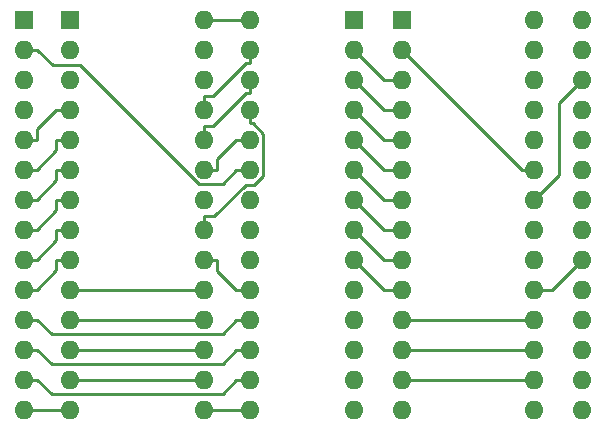
<source format=gbr>
%TF.GenerationSoftware,KiCad,Pcbnew,7.0.1*%
%TF.CreationDate,2023-07-22T01:46:55+03:00*%
%TF.ProjectId,kr556rt2,6b723535-3672-4743-922e-6b696361645f,rev?*%
%TF.SameCoordinates,Original*%
%TF.FileFunction,Copper,L2,Bot*%
%TF.FilePolarity,Positive*%
%FSLAX46Y46*%
G04 Gerber Fmt 4.6, Leading zero omitted, Abs format (unit mm)*
G04 Created by KiCad (PCBNEW 7.0.1) date 2023-07-22 01:46:55*
%MOMM*%
%LPD*%
G01*
G04 APERTURE LIST*
%TA.AperFunction,ComponentPad*%
%ADD10R,1.600000X1.600000*%
%TD*%
%TA.AperFunction,ComponentPad*%
%ADD11O,1.600000X1.600000*%
%TD*%
%TA.AperFunction,Conductor*%
%ADD12C,0.250000*%
%TD*%
G04 APERTURE END LIST*
D10*
%TO.P,U1,1,A15*%
%TO.N,Net-(U1-A15)*%
X61430693Y-41100050D03*
D11*
%TO.P,U1,2,A12*%
%TO.N,Net-(U1-A12)*%
X61430693Y-43640050D03*
%TO.P,U1,3,A7*%
%TO.N,Net-(U1-A7)*%
X61430693Y-46180050D03*
%TO.P,U1,4,A6*%
%TO.N,Net-(U1-A6)*%
X61430693Y-48720050D03*
%TO.P,U1,5,A5*%
%TO.N,Net-(U1-A5)*%
X61430693Y-51260050D03*
%TO.P,U1,6,A4*%
%TO.N,Net-(U1-A4)*%
X61430693Y-53800050D03*
%TO.P,U1,7,A3*%
%TO.N,Net-(U1-A3)*%
X61430693Y-56340050D03*
%TO.P,U1,8,A2*%
%TO.N,Net-(U1-A2)*%
X61430693Y-58880050D03*
%TO.P,U1,9,A1*%
%TO.N,Net-(U1-A1)*%
X61430693Y-61420050D03*
%TO.P,U1,10,A0*%
%TO.N,Net-(U1-A0)*%
X61430693Y-63960050D03*
%TO.P,U1,11,D0*%
%TO.N,Net-(U1-D0)*%
X61430693Y-66500050D03*
%TO.P,U1,12,D1*%
%TO.N,Net-(U1-D1)*%
X61430693Y-69040050D03*
%TO.P,U1,13,D2*%
%TO.N,Net-(U1-D2)*%
X61430693Y-71580050D03*
%TO.P,U1,14,GND*%
%TO.N,Net-(U1-GND)*%
X61430693Y-74120050D03*
%TO.P,U1,15,D3*%
%TO.N,Net-(U1-D3)*%
X76670693Y-74120050D03*
%TO.P,U1,16,D4*%
%TO.N,Net-(U1-D4)*%
X76670693Y-71580050D03*
%TO.P,U1,17,D5*%
%TO.N,Net-(U1-D5)*%
X76670693Y-69040050D03*
%TO.P,U1,18,D6*%
%TO.N,Net-(U1-D6)*%
X76670693Y-66500050D03*
%TO.P,U1,19,D7*%
%TO.N,Net-(U1-D7)*%
X76670693Y-63960050D03*
%TO.P,U1,20,~{CE}*%
%TO.N,Net-(U1-~{CE})*%
X76670693Y-61420050D03*
%TO.P,U1,21,A10*%
%TO.N,Net-(U1-A10)*%
X76670693Y-58880050D03*
%TO.P,U1,22,~{OE}*%
%TO.N,unconnected-(U1-~{OE}-Pad22)*%
X76670693Y-56340050D03*
%TO.P,U1,23,A11*%
%TO.N,Net-(U1-A11)*%
X76670693Y-53800050D03*
%TO.P,U1,24,A9*%
%TO.N,Net-(U1-A9)*%
X76670693Y-51260050D03*
%TO.P,U1,25,A8*%
%TO.N,Net-(U1-A8)*%
X76670693Y-48720050D03*
%TO.P,U1,26,A13*%
%TO.N,Net-(U1-A13)*%
X76670693Y-46180050D03*
%TO.P,U1,27,A14*%
%TO.N,Net-(U1-A14)*%
X76670693Y-43640050D03*
%TO.P,U1,28,VCC*%
%TO.N,Net-(U1-VCC)*%
X76670693Y-41100050D03*
%TD*%
D10*
%TO.P,U2,1,\u0420\u041F*%
%TO.N,unconnected-(U2-\u0420\u041F-Pad1)*%
X65316893Y-41135850D03*
D11*
%TO.P,U2,2,\u04108*%
%TO.N,Net-(U1-A7)*%
X65316893Y-43675850D03*
%TO.P,U2,3,\u04107*%
%TO.N,Net-(U1-A6)*%
X65316893Y-46215850D03*
%TO.P,U2,4,\u04106*%
%TO.N,Net-(U1-A5)*%
X65316893Y-48755850D03*
%TO.P,U2,5,\u04105*%
%TO.N,Net-(U1-A4)*%
X65316893Y-51295850D03*
%TO.P,U2,6,\u04104*%
%TO.N,Net-(U1-A3)*%
X65316893Y-53835850D03*
%TO.P,U2,7,\u04103*%
%TO.N,Net-(U1-A2)*%
X65316893Y-56375850D03*
%TO.P,U2,8,\u04102*%
%TO.N,Net-(U1-A1)*%
X65316893Y-58915850D03*
%TO.P,U2,9,\u04101*%
%TO.N,Net-(U1-A0)*%
X65316893Y-61455850D03*
%TO.P,U2,10,\u04128*%
%TO.N,Net-(U1-D7)*%
X65316893Y-63995850D03*
%TO.P,U2,11,\u04127*%
%TO.N,Net-(U1-D6)*%
X65316893Y-66535850D03*
%TO.P,U2,12,\u04126*%
%TO.N,Net-(U1-D5)*%
X65316893Y-69075850D03*
%TO.P,U2,13,\u04125*%
%TO.N,Net-(U1-D4)*%
X65316893Y-71615850D03*
%TO.P,U2,14,GND*%
%TO.N,Net-(U1-GND)*%
X65316893Y-74155850D03*
%TO.P,U2,15,\u04124*%
%TO.N,Net-(U1-D3)*%
X80556893Y-74155850D03*
%TO.P,U2,16,\u04123*%
%TO.N,Net-(U1-D2)*%
X80556893Y-71615850D03*
%TO.P,U2,17,\u04122*%
%TO.N,Net-(U1-D1)*%
X80556893Y-69075850D03*
%TO.P,U2,18,\u04121*%
%TO.N,Net-(U1-D0)*%
X80556893Y-66535850D03*
%TO.P,U2,19,\u0420\u0412*%
%TO.N,Net-(U1-~{CE})*%
X80556893Y-63995850D03*
%TO.P,U2,20,\u041016*%
%TO.N,Net-(U1-A15)*%
X80556893Y-61455850D03*
%TO.P,U2,21,\u041015*%
%TO.N,Net-(U1-A14)*%
X80556893Y-58915850D03*
%TO.P,U2,22,\u041014*%
%TO.N,Net-(U1-A13)*%
X80556893Y-56375850D03*
%TO.P,U2,23,\u041013*%
%TO.N,Net-(U1-A12)*%
X80556893Y-53835850D03*
%TO.P,U2,24,\u041012*%
%TO.N,Net-(U1-A11)*%
X80556893Y-51295850D03*
%TO.P,U2,25,\u041011*%
%TO.N,Net-(U1-A10)*%
X80556893Y-48755850D03*
%TO.P,U2,26,\u041010*%
%TO.N,Net-(U1-A9)*%
X80556893Y-46215850D03*
%TO.P,U2,27,\u04109*%
%TO.N,Net-(U1-A8)*%
X80556893Y-43675850D03*
%TO.P,U2,28,Vcc*%
%TO.N,Net-(U1-VCC)*%
X80556893Y-41135850D03*
%TD*%
D10*
%TO.P,U4,1,A15*%
%TO.N,Net-(U3-\u041016)*%
X93446600Y-41148000D03*
D11*
%TO.P,U4,2,A12*%
%TO.N,Net-(U3-\u041013)*%
X93446600Y-43688000D03*
%TO.P,U4,3,A7*%
%TO.N,Net-(U3-\u04108)*%
X93446600Y-46228000D03*
%TO.P,U4,4,A6*%
%TO.N,Net-(U3-\u04107)*%
X93446600Y-48768000D03*
%TO.P,U4,5,A5*%
%TO.N,Net-(U3-\u04106)*%
X93446600Y-51308000D03*
%TO.P,U4,6,A4*%
%TO.N,Net-(U3-\u04105)*%
X93446600Y-53848000D03*
%TO.P,U4,7,A3*%
%TO.N,Net-(U3-\u04104)*%
X93446600Y-56388000D03*
%TO.P,U4,8,A2*%
%TO.N,Net-(U3-\u04103)*%
X93446600Y-58928000D03*
%TO.P,U4,9,A1*%
%TO.N,Net-(U3-\u04102)*%
X93446600Y-61468000D03*
%TO.P,U4,10,A0*%
%TO.N,Net-(U3-\u04101)*%
X93446600Y-64008000D03*
%TO.P,U4,11,D0*%
%TO.N,Net-(U3-\u04121)*%
X93446600Y-66548000D03*
%TO.P,U4,12,D1*%
%TO.N,Net-(U3-\u04122)*%
X93446600Y-69088000D03*
%TO.P,U4,13,D2*%
%TO.N,Net-(U3-\u04123)*%
X93446600Y-71628000D03*
%TO.P,U4,14,GND*%
%TO.N,Net-(U3-GND)*%
X93446600Y-74168000D03*
%TO.P,U4,15,D3*%
%TO.N,Net-(U3-\u04124)*%
X108686600Y-74168000D03*
%TO.P,U4,16,D4*%
%TO.N,Net-(U3-\u04125)*%
X108686600Y-71628000D03*
%TO.P,U4,17,D5*%
%TO.N,Net-(U3-\u04126)*%
X108686600Y-69088000D03*
%TO.P,U4,18,D6*%
%TO.N,Net-(U3-\u04127)*%
X108686600Y-66548000D03*
%TO.P,U4,19,D7*%
%TO.N,Net-(U3-\u04128)*%
X108686600Y-64008000D03*
%TO.P,U4,20,~{CE}*%
%TO.N,Net-(U3-\u0420\u0412)*%
X108686600Y-61468000D03*
%TO.P,U4,21,A10*%
%TO.N,Net-(U3-\u041011)*%
X108686600Y-58928000D03*
%TO.P,U4,22,~{OE}*%
%TO.N,unconnected-(U4-~{OE}-Pad22)*%
X108686600Y-56388000D03*
%TO.P,U4,23,A11*%
%TO.N,Net-(U3-\u041012)*%
X108686600Y-53848000D03*
%TO.P,U4,24,A9*%
%TO.N,Net-(U3-\u041010)*%
X108686600Y-51308000D03*
%TO.P,U4,25,A8*%
%TO.N,Net-(U3-\u04109)*%
X108686600Y-48768000D03*
%TO.P,U4,26,A13*%
%TO.N,Net-(U3-\u041014)*%
X108686600Y-46228000D03*
%TO.P,U4,27,A14*%
%TO.N,Net-(U3-\u041015)*%
X108686600Y-43688000D03*
%TO.P,U4,28,VCC*%
%TO.N,Net-(U3-Vcc)*%
X108686600Y-41148000D03*
%TD*%
D10*
%TO.P,U3,1,\u0420\u041F*%
%TO.N,unconnected-(U3-\u0420\u041F-Pad1)*%
X89408000Y-41146750D03*
D11*
%TO.P,U3,2,\u04108*%
%TO.N,Net-(U3-\u04108)*%
X89408000Y-43686750D03*
%TO.P,U3,3,\u04107*%
%TO.N,Net-(U3-\u04107)*%
X89408000Y-46226750D03*
%TO.P,U3,4,\u04106*%
%TO.N,Net-(U3-\u04106)*%
X89408000Y-48766750D03*
%TO.P,U3,5,\u04105*%
%TO.N,Net-(U3-\u04105)*%
X89408000Y-51306750D03*
%TO.P,U3,6,\u04104*%
%TO.N,Net-(U3-\u04104)*%
X89408000Y-53846750D03*
%TO.P,U3,7,\u04103*%
%TO.N,Net-(U3-\u04103)*%
X89408000Y-56386750D03*
%TO.P,U3,8,\u04102*%
%TO.N,Net-(U3-\u04102)*%
X89408000Y-58926750D03*
%TO.P,U3,9,\u04101*%
%TO.N,Net-(U3-\u04101)*%
X89408000Y-61466750D03*
%TO.P,U3,10,\u04128*%
%TO.N,Net-(U3-\u04128)*%
X89408000Y-64006750D03*
%TO.P,U3,11,\u04127*%
%TO.N,Net-(U3-\u04127)*%
X89408000Y-66546750D03*
%TO.P,U3,12,\u04126*%
%TO.N,Net-(U3-\u04126)*%
X89408000Y-69086750D03*
%TO.P,U3,13,\u04125*%
%TO.N,Net-(U3-\u04125)*%
X89408000Y-71626750D03*
%TO.P,U3,14,GND*%
%TO.N,Net-(U3-GND)*%
X89408000Y-74166750D03*
%TO.P,U3,15,\u04124*%
%TO.N,Net-(U3-\u04124)*%
X104648000Y-74166750D03*
%TO.P,U3,16,\u04123*%
%TO.N,Net-(U3-\u04123)*%
X104648000Y-71626750D03*
%TO.P,U3,17,\u04122*%
%TO.N,Net-(U3-\u04122)*%
X104648000Y-69086750D03*
%TO.P,U3,18,\u04121*%
%TO.N,Net-(U3-\u04121)*%
X104648000Y-66546750D03*
%TO.P,U3,19,\u0420\u0412*%
%TO.N,Net-(U3-\u0420\u0412)*%
X104648000Y-64006750D03*
%TO.P,U3,20,\u041016*%
%TO.N,Net-(U3-\u041016)*%
X104648000Y-61466750D03*
%TO.P,U3,21,\u041015*%
%TO.N,Net-(U3-\u041015)*%
X104648000Y-58926750D03*
%TO.P,U3,22,\u041014*%
%TO.N,Net-(U3-\u041014)*%
X104648000Y-56386750D03*
%TO.P,U3,23,\u041013*%
%TO.N,Net-(U3-\u041013)*%
X104648000Y-53846750D03*
%TO.P,U3,24,\u041012*%
%TO.N,Net-(U3-\u041012)*%
X104648000Y-51306750D03*
%TO.P,U3,25,\u041011*%
%TO.N,Net-(U3-\u041011)*%
X104648000Y-48766750D03*
%TO.P,U3,26,\u041010*%
%TO.N,Net-(U3-\u041010)*%
X104648000Y-46226750D03*
%TO.P,U3,27,\u04109*%
%TO.N,Net-(U3-\u04109)*%
X104648000Y-43686750D03*
%TO.P,U3,28,Vcc*%
%TO.N,Net-(U3-Vcc)*%
X104648000Y-41146750D03*
%TD*%
D12*
%TO.N,Net-(U1-A5)*%
X64189993Y-48755850D02*
X62557593Y-50388250D01*
X65316893Y-48755850D02*
X64189993Y-48755850D01*
X61430693Y-51260050D02*
X62557593Y-51260050D01*
X62557593Y-50388250D02*
X62557593Y-51260050D01*
%TO.N,Net-(U1-A4)*%
X64189993Y-51295850D02*
X64189993Y-52167650D01*
X64189993Y-52167650D02*
X62557593Y-53800050D01*
X61430693Y-53800050D02*
X62557593Y-53800050D01*
X65316893Y-51295850D02*
X64189993Y-51295850D01*
%TO.N,Net-(U1-A3)*%
X64189993Y-53835850D02*
X64189993Y-54707650D01*
X61430693Y-56340050D02*
X62557593Y-56340050D01*
X65316893Y-53835850D02*
X64189993Y-53835850D01*
X64189993Y-54707650D02*
X62557593Y-56340050D01*
%TO.N,Net-(U1-A2)*%
X64189993Y-57247650D02*
X62557593Y-58880050D01*
X65316893Y-56375850D02*
X64189993Y-56375850D01*
X64189993Y-56375850D02*
X64189993Y-57247650D01*
X61430693Y-58880050D02*
X62557593Y-58880050D01*
%TO.N,Net-(U1-A1)*%
X61430693Y-61420050D02*
X62557593Y-61420050D01*
X64189993Y-59787650D02*
X62557593Y-61420050D01*
X64189993Y-58915850D02*
X64189993Y-59787650D01*
X65316893Y-58915850D02*
X64189993Y-58915850D01*
%TO.N,Net-(U1-A0)*%
X64189993Y-62327650D02*
X62557593Y-63960050D01*
X64189993Y-61455850D02*
X64189993Y-62327650D01*
X61430693Y-63960050D02*
X62557593Y-63960050D01*
X65316893Y-61455850D02*
X64189993Y-61455850D01*
%TO.N,Net-(U1-D7)*%
X75507993Y-63995850D02*
X75543793Y-63960050D01*
X76670693Y-63960050D02*
X75543793Y-63960050D01*
X65316893Y-63995850D02*
X75507993Y-63995850D01*
%TO.N,Net-(U1-D6)*%
X75507993Y-66535850D02*
X75543793Y-66500050D01*
X76670693Y-66500050D02*
X75543793Y-66500050D01*
X65316893Y-66535850D02*
X75507993Y-66535850D01*
%TO.N,Net-(U1-D5)*%
X76670693Y-69040050D02*
X75543793Y-69040050D01*
X75507993Y-69075850D02*
X75543793Y-69040050D01*
X65316893Y-69075850D02*
X75507993Y-69075850D01*
%TO.N,Net-(U1-D4)*%
X75507993Y-71615850D02*
X75543793Y-71580050D01*
X65316893Y-71615850D02*
X75507993Y-71615850D01*
X76670693Y-71580050D02*
X75543793Y-71580050D01*
%TO.N,Net-(U1-GND)*%
X65316893Y-74155850D02*
X62593393Y-74155850D01*
X62593393Y-74155850D02*
X62557593Y-74120050D01*
X61430693Y-74120050D02*
X62557593Y-74120050D01*
%TO.N,Net-(U1-D3)*%
X76670693Y-74120050D02*
X77797593Y-74120050D01*
X77833393Y-74155850D02*
X77797593Y-74120050D01*
X80556893Y-74155850D02*
X77833393Y-74155850D01*
%TO.N,Net-(U1-D2)*%
X80556893Y-71615850D02*
X79429993Y-71615850D01*
X78250193Y-72795650D02*
X63773193Y-72795650D01*
X79429993Y-71615850D02*
X78250193Y-72795650D01*
X61430693Y-71580050D02*
X62557593Y-71580050D01*
X63773193Y-72795650D02*
X62557593Y-71580050D01*
%TO.N,Net-(U1-D1)*%
X78250193Y-70255650D02*
X63773193Y-70255650D01*
X63773193Y-70255650D02*
X62557593Y-69040050D01*
X80556893Y-69075850D02*
X79429993Y-69075850D01*
X61430693Y-69040050D02*
X62557593Y-69040050D01*
X79429993Y-69075850D02*
X78250193Y-70255650D01*
%TO.N,Net-(U1-D0)*%
X80556893Y-66535850D02*
X79429993Y-66535850D01*
X63773193Y-67715650D02*
X62557593Y-66500050D01*
X78250193Y-67715650D02*
X63773193Y-67715650D01*
X61430693Y-66500050D02*
X62557593Y-66500050D01*
X79429993Y-66535850D02*
X78250193Y-67715650D01*
%TO.N,Net-(U1-~{CE})*%
X80556893Y-63995850D02*
X79429993Y-63995850D01*
X79429993Y-63995850D02*
X77797593Y-62363450D01*
X76670693Y-61420050D02*
X77797593Y-61420050D01*
X77797593Y-62363450D02*
X77797593Y-61420050D01*
%TO.N,Net-(U1-A12)*%
X63863393Y-44945850D02*
X62557593Y-43640050D01*
X66211793Y-44945850D02*
X63863393Y-44945850D01*
X78272893Y-54992950D02*
X76258893Y-54992950D01*
X79429993Y-53835850D02*
X78272893Y-54992950D01*
X80556893Y-53835850D02*
X79429993Y-53835850D01*
X76258893Y-54992950D02*
X66211793Y-44945850D01*
X61430693Y-43640050D02*
X62557593Y-43640050D01*
%TO.N,Net-(U1-A11)*%
X77797593Y-52928250D02*
X77797593Y-53800050D01*
X80556893Y-51295850D02*
X79429993Y-51295850D01*
X76670693Y-53800050D02*
X77797593Y-53800050D01*
X79429993Y-51295850D02*
X77797593Y-52928250D01*
%TO.N,Net-(U1-A10)*%
X81709193Y-50753350D02*
X81709193Y-54313550D01*
X80556893Y-48755850D02*
X80556893Y-49882750D01*
X76670693Y-58880050D02*
X76670693Y-57753150D01*
X77552193Y-57753150D02*
X76670693Y-57753150D01*
X80916893Y-55105850D02*
X80199493Y-55105850D01*
X81709193Y-54313550D02*
X80916893Y-55105850D01*
X80556893Y-49882750D02*
X80838593Y-49882750D01*
X80838593Y-49882750D02*
X81709193Y-50753350D01*
X80199493Y-55105850D02*
X77552193Y-57753150D01*
%TO.N,Net-(U1-A9)*%
X76670693Y-51260050D02*
X76670693Y-50133150D01*
X80556893Y-46215850D02*
X80556893Y-47342750D01*
X77484693Y-50133150D02*
X76670693Y-50133150D01*
X80556893Y-47342750D02*
X80275093Y-47342750D01*
X80275093Y-47342750D02*
X77484693Y-50133150D01*
%TO.N,Net-(U1-A8)*%
X77484693Y-47593150D02*
X76670693Y-47593150D01*
X80556893Y-43675850D02*
X80556893Y-44802750D01*
X80275093Y-44802750D02*
X77484693Y-47593150D01*
X80556893Y-44802750D02*
X80275093Y-44802750D01*
X76670693Y-48720050D02*
X76670693Y-47593150D01*
%TO.N,Net-(U1-VCC)*%
X77833393Y-41135850D02*
X77797593Y-41100050D01*
X76670693Y-41100050D02*
X77797593Y-41100050D01*
X80556893Y-41135850D02*
X77833393Y-41135850D01*
%TO.N,Net-(U3-\u04108)*%
X93446600Y-46228000D02*
X91949250Y-46228000D01*
X91949250Y-46228000D02*
X89408000Y-43686750D01*
%TO.N,Net-(U3-\u04107)*%
X93446600Y-48768000D02*
X91949250Y-48768000D01*
X91949250Y-48768000D02*
X89408000Y-46226750D01*
%TO.N,Net-(U3-\u04106)*%
X91949250Y-51308000D02*
X89408000Y-48766750D01*
X93446600Y-51308000D02*
X91949250Y-51308000D01*
%TO.N,Net-(U3-\u04105)*%
X91949250Y-53848000D02*
X89408000Y-51306750D01*
X93446600Y-53848000D02*
X91949250Y-53848000D01*
%TO.N,Net-(U3-\u04104)*%
X93446600Y-56388000D02*
X91949250Y-56388000D01*
X91949250Y-56388000D02*
X89408000Y-53846750D01*
%TO.N,Net-(U3-\u04103)*%
X91949250Y-58928000D02*
X89408000Y-56386750D01*
X93446600Y-58928000D02*
X91949250Y-58928000D01*
%TO.N,Net-(U3-\u04102)*%
X91949250Y-61468000D02*
X89408000Y-58926750D01*
X93446600Y-61468000D02*
X91949250Y-61468000D01*
%TO.N,Net-(U3-\u04101)*%
X91949250Y-64008000D02*
X89408000Y-61466750D01*
X93446600Y-64008000D02*
X91949250Y-64008000D01*
%TO.N,Net-(U3-\u04123)*%
X93446600Y-71628000D02*
X104646750Y-71628000D01*
X104646750Y-71628000D02*
X104648000Y-71626750D01*
%TO.N,Net-(U3-\u04122)*%
X104648000Y-69086750D02*
X93447850Y-69086750D01*
X93447850Y-69086750D02*
X93446600Y-69088000D01*
%TO.N,Net-(U3-\u04121)*%
X104646750Y-66548000D02*
X104648000Y-66546750D01*
X93446600Y-66548000D02*
X104646750Y-66548000D01*
%TO.N,Net-(U3-\u0420\u0412)*%
X104648000Y-64006750D02*
X106147850Y-64006750D01*
X106147850Y-64006750D02*
X108686600Y-61468000D01*
%TO.N,Net-(U3-\u041014)*%
X106756200Y-48158400D02*
X108686600Y-46228000D01*
X106756200Y-54278550D02*
X106756200Y-48158400D01*
X104648000Y-56386750D02*
X106756200Y-54278550D01*
%TO.N,Net-(U3-\u041013)*%
X103605350Y-53846750D02*
X104648000Y-53846750D01*
X93446600Y-43688000D02*
X103605350Y-53846750D01*
%TD*%
M02*

</source>
